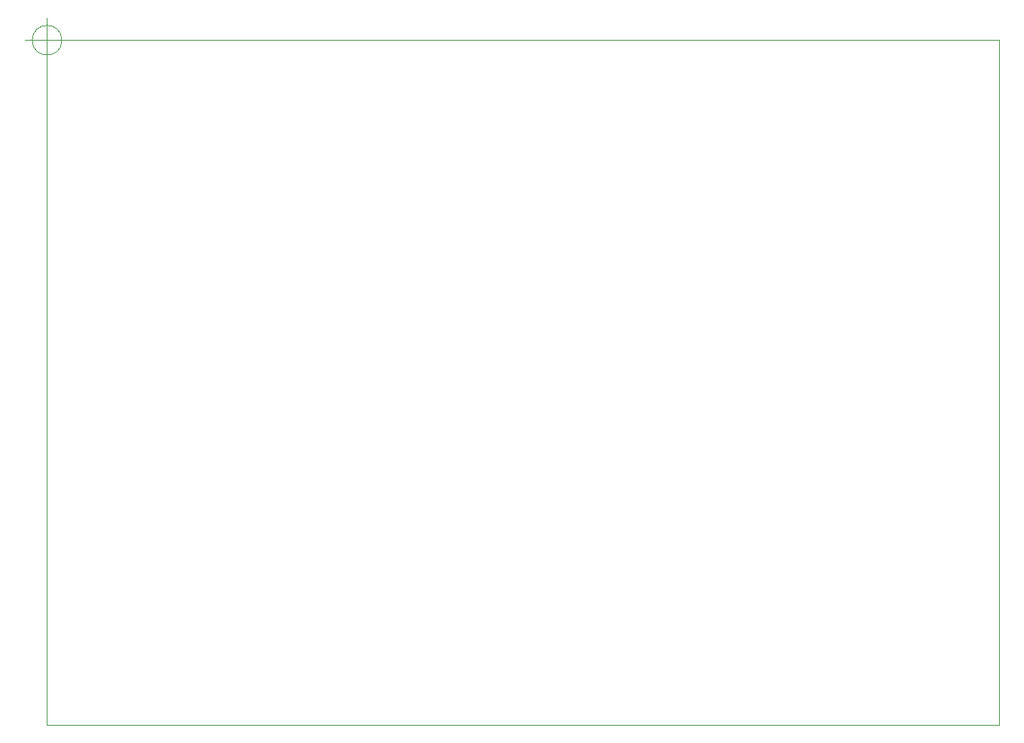
<source format=gbr>
%TF.GenerationSoftware,KiCad,Pcbnew,(6.0.9)*%
%TF.CreationDate,2023-01-24T23:05:38+01:00*%
%TF.ProjectId,Projekt,50726f6a-656b-4742-9e6b-696361645f70,rev?*%
%TF.SameCoordinates,Original*%
%TF.FileFunction,Profile,NP*%
%FSLAX46Y46*%
G04 Gerber Fmt 4.6, Leading zero omitted, Abs format (unit mm)*
G04 Created by KiCad (PCBNEW (6.0.9)) date 2023-01-24 23:05:38*
%MOMM*%
%LPD*%
G01*
G04 APERTURE LIST*
%TA.AperFunction,Profile*%
%ADD10C,0.100000*%
%TD*%
G04 APERTURE END LIST*
D10*
X68000000Y-69000000D02*
X65000000Y-69000000D01*
X172000000Y-70000000D02*
X172000000Y-146000000D01*
X172000000Y-69000000D02*
X172000000Y-70000000D01*
X172000000Y-69000000D02*
X68000000Y-69000000D01*
X65000000Y-69000000D02*
X65000000Y-146000000D01*
X172000000Y-146000000D02*
X65000000Y-146000000D01*
X66666666Y-69000000D02*
G75*
G03*
X66666666Y-69000000I-1666666J0D01*
G01*
X62500000Y-69000000D02*
X67500000Y-69000000D01*
X65000000Y-66500000D02*
X65000000Y-71500000D01*
M02*

</source>
